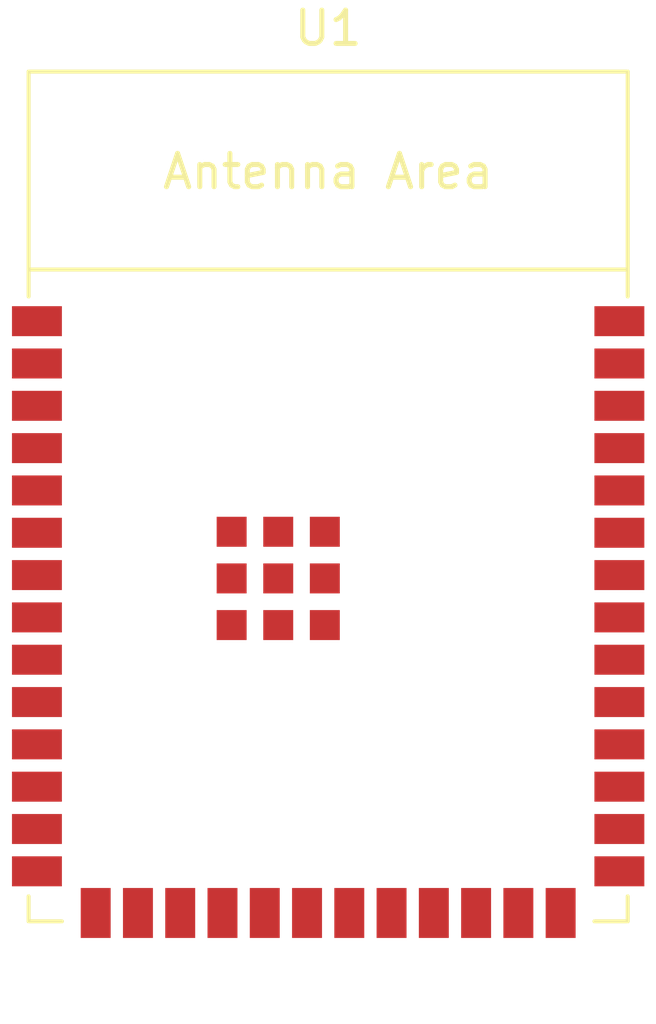
<source format=kicad_pcb>
(kicad_pcb (version 20211014) (generator pcbnew)
  (layers (0 "F.Cu" signal) (31 "B.Cu" signal) (34 "B.Paste" user) (35 "F.Paste" user) (36 "B.SilkS" user "B.Silkscreen") (37 "F.SilkS" user "F.Silkscreen") (38 "B.Mask" user) (39 "F.Mask" user) (44 "Edge.Cuts" user))
  (net 0 "")
  (net 1 "Net-(U1-Pad1)")
  (footprint "Espressif:ESP32-S3-WROOM-1" (layer "F.Cu") (at 143.2 105.2)
    (fp_text reference "U1" (at 0 -17.05) (layer "F.SilkS"))
    (fp_text value "ESP32-S3-WROOM-1")
    (fp_text user "Antenna Area" (at 0 -12.75) (layer "F.SilkS"))
    (fp_line (start 9 -9.81) (end -9 -9.81) (layer "F.SilkS") (width 0.12))
    (fp_line (start 9 9) (end 9 9.75) (layer "F.SilkS") (width 0.12))
    (fp_line (start 9 9.75) (end 8 9.75) (layer "F.SilkS") (width 0.12))
    (fp_line (start -9 -15.75) (end 9 -15.75) (layer "F.SilkS") (width 0.12))
    (fp_line (start 9 -15.75) (end 9 -9) (layer "F.SilkS") (width 0.12))
    (fp_line (start -9 9.75) (end -8 9.75) (layer "F.SilkS") (width 0.12))
    (fp_line (start -9 -15.75) (end -9 -9) (layer "F.SilkS") (width 0.12))
    (fp_line (start -9 9) (end -9 9.75) (layer "F.SilkS") (width 0.12))
    (pad "1" smd rect (at -8.75 -8.26) (size 1.5 0.9) (layers "F.Cu" "F.Paste" "F.Mask") (net 1 "Net-(U1-Pad1)"))
    (pad "2" smd rect (at -8.75 -6.99) (size 1.5 0.9) (layers "F.Cu" "F.Paste" "F.Mask"))
    (pad "3" smd rect (at -8.75 -5.72) (size 1.5 0.9) (layers "F.Cu" "F.Paste" "F.Mask"))
    (pad "4" smd rect (at -8.75 -4.45) (size 1.5 0.9) (layers "F.Cu" "F.Paste" "F.Mask"))
    (pad "5" smd rect (at -8.75 -3.18) (size 1.5 0.9) (layers "F.Cu" "F.Paste" "F.Mask"))
    (pad "6" smd rect (at -8.75 -1.91) (size 1.5 0.9) (layers "F.Cu" "F.Paste" "F.Mask"))
    (pad "7" smd rect (at -8.75 -0.64) (size 1.5 0.9) (layers "F.Cu" "F.Paste" "F.Mask"))
    (pad "8" smd rect (at -8.75 0.63) (size 1.5 0.9) (layers "F.Cu" "F.Paste" "F.Mask"))
    (pad "9" smd rect (at -8.75 1.9) (size 1.5 0.9) (layers "F.Cu" "F.Paste" "F.Mask"))
    (pad "10" smd rect (at -8.75 3.17) (size 1.5 0.9) (layers "F.Cu" "F.Paste" "F.Mask"))
    (pad "11" smd rect (at -8.75 4.44) (size 1.5 0.9) (layers "F.Cu" "F.Paste" "F.Mask"))
    (pad "12" smd rect (at -8.75 5.71) (size 1.5 0.9) (layers "F.Cu" "F.Paste" "F.Mask"))
    (pad "13" smd rect (at -8.75 6.98) (size 1.5 0.9) (layers "F.Cu" "F.Paste" "F.Mask"))
    (pad "14" smd rect (at -8.75 8.25) (size 1.5 0.9) (layers "F.Cu" "F.Paste" "F.Mask"))
    (pad "15" smd rect (at -6.985 9.5 90) (size 1.5 0.9) (layers "F.Cu" "F.Paste" "F.Mask"))
    (pad "16" smd rect (at -5.715 9.5 90) (size 1.5 0.9) (layers "F.Cu" "F.Paste" "F.Mask"))
    (pad "17" smd rect (at -4.445 9.5 90) (size 1.5 0.9) (layers "F.Cu" "F.Paste" "F.Mask"))
    (pad "18" smd rect (at -3.175 9.5 90) (size 1.5 0.9) (layers "F.Cu" "F.Paste" "F.Mask"))
    (pad "19" smd rect (at -1.905 9.5 90) (size 1.5 0.9) (layers "F.Cu" "F.Paste" "F.Mask"))
    (pad "20" smd rect (at -0.635 9.5 90) (size 1.5 0.9) (layers "F.Cu" "F.Paste" "F.Mask"))
    (pad "21" smd rect (at 0.635 9.5 90) (size 1.5 0.9) (layers "F.Cu" "F.Paste" "F.Mask"))
    (pad "22" smd rect (at 1.905 9.5 90) (size 1.5 0.9) (layers "F.Cu" "F.Paste" "F.Mask"))
    (pad "23" smd rect (at 3.175 9.5 90) (size 1.5 0.9) (layers "F.Cu" "F.Paste" "F.Mask"))
    (pad "24" smd rect (at 4.445 9.5 90) (size 1.5 0.9) (layers "F.Cu" "F.Paste" "F.Mask"))
    (pad "25" smd rect (at 5.715 9.5 90) (size 1.5 0.9) (layers "F.Cu" "F.Paste" "F.Mask"))
    (pad "26" smd rect (at 6.985 9.5 90) (size 1.5 0.9) (layers "F.Cu" "F.Paste" "F.Mask"))
    (pad "27" smd rect (at 8.75 8.25 180) (size 1.5 0.9) (layers "F.Cu" "F.Paste" "F.Mask"))
    (pad "28" smd rect (at 8.75 6.98 180) (size 1.5 0.9) (layers "F.Cu" "F.Paste" "F.Mask"))
    (pad "29" smd rect (at 8.75 5.71 180) (size 1.5 0.9) (layers "F.Cu" "F.Paste" "F.Mask"))
    (pad "30" smd rect (at 8.75 4.44 180) (size 1.5 0.9) (layers "F.Cu" "F.Paste" "F.Mask"))
    (pad "31" smd rect (at 8.75 3.17 180) (size 1.5 0.9) (layers "F.Cu" "F.Paste" "F.Mask"))
    (pad "32" smd rect (at 8.75 1.9 180) (size 1.5 0.9) (layers "F.Cu" "F.Paste" "F.Mask"))
    (pad "33" smd rect (at 8.75 0.63 180) (size 1.5 0.9) (layers "F.Cu" "F.Paste" "F.Mask"))
    (pad "34" smd rect (at 8.75 -0.64 180) (size 1.5 0.9) (layers "F.Cu" "F.Paste" "F.Mask"))
    (pad "35" smd rect (at 8.75 -1.91 180) (size 1.5 0.9) (layers "F.Cu" "F.Paste" "F.Mask"))
    (pad "36" smd rect (at 8.75 -3.18 180) (size 1.5 0.9) (layers "F.Cu" "F.Paste" "F.Mask"))
    (pad "37" smd rect (at 8.75 -4.45 180) (size 1.5 0.9) (layers "F.Cu" "F.Paste" "F.Mask"))
    (pad "38" smd rect (at 8.75 -5.72 180) (size 1.5 0.9) (layers "F.Cu" "F.Paste" "F.Mask"))
    (pad "39" smd rect (at 8.75 -6.99 180) (size 1.5 0.9) (layers "F.Cu" "F.Paste" "F.Mask"))
    (pad "40" smd rect (at 8.75 -8.26 180) (size 1.5 0.9) (layers "F.Cu" "F.Paste" "F.Mask") (net 1 "Net-(U1-Pad1)"))
    (pad "41" smd rect (at -1.5 -0.54 180) (size 0.9 0.9) (layers "F.Cu" "F.Paste" "F.Mask") (net 1 "Net-(U1-Pad1)"))
    (pad "41" smd rect (at -0.1 -0.54 180) (size 0.9 0.9) (layers "F.Cu" "F.Paste" "F.Mask") (net 1 "Net-(U1-Pad1)"))
    (pad "41" smd rect (at -0.1 0.86 180) (size 0.9 0.9) (layers "F.Cu" "F.Paste" "F.Mask") (net 1 "Net-(U1-Pad1)"))
    (pad "41" smd rect (at -1.5 -1.94 180) (size 0.9 0.9) (layers "F.Cu" "F.Paste" "F.Mask") (net 1 "Net-(U1-Pad1)"))
    (pad "41" smd rect (at -2.9 0.86 180) (size 0.9 0.9) (layers "F.Cu" "F.Paste" "F.Mask") (net 1 "Net-(U1-Pad1)"))
    (pad "41" smd rect (at -2.9 -0.54 180) (size 0.9 0.9) (layers "F.Cu" "F.Paste" "F.Mask") (net 1 "Net-(U1-Pad1)"))
    (pad "41" smd rect (at -1.5 0.86 180) (size 0.9 0.9) (layers "F.Cu" "F.Paste" "F.Mask") (net 1 "Net-(U1-Pad1)"))
    (pad "41" smd rect (at -2.9 -1.94 180) (size 0.9 0.9) (layers "F.Cu" "F.Paste" "F.Mask") (net 1 "Net-(U1-Pad1)"))
    (pad "41" smd rect (at -0.1 -1.94 180) (size 0.9 0.9) (layers "F.Cu" "F.Paste" "F.Mask") (net 1 "Net-(U1-Pad1)"))
  )
)
</source>
